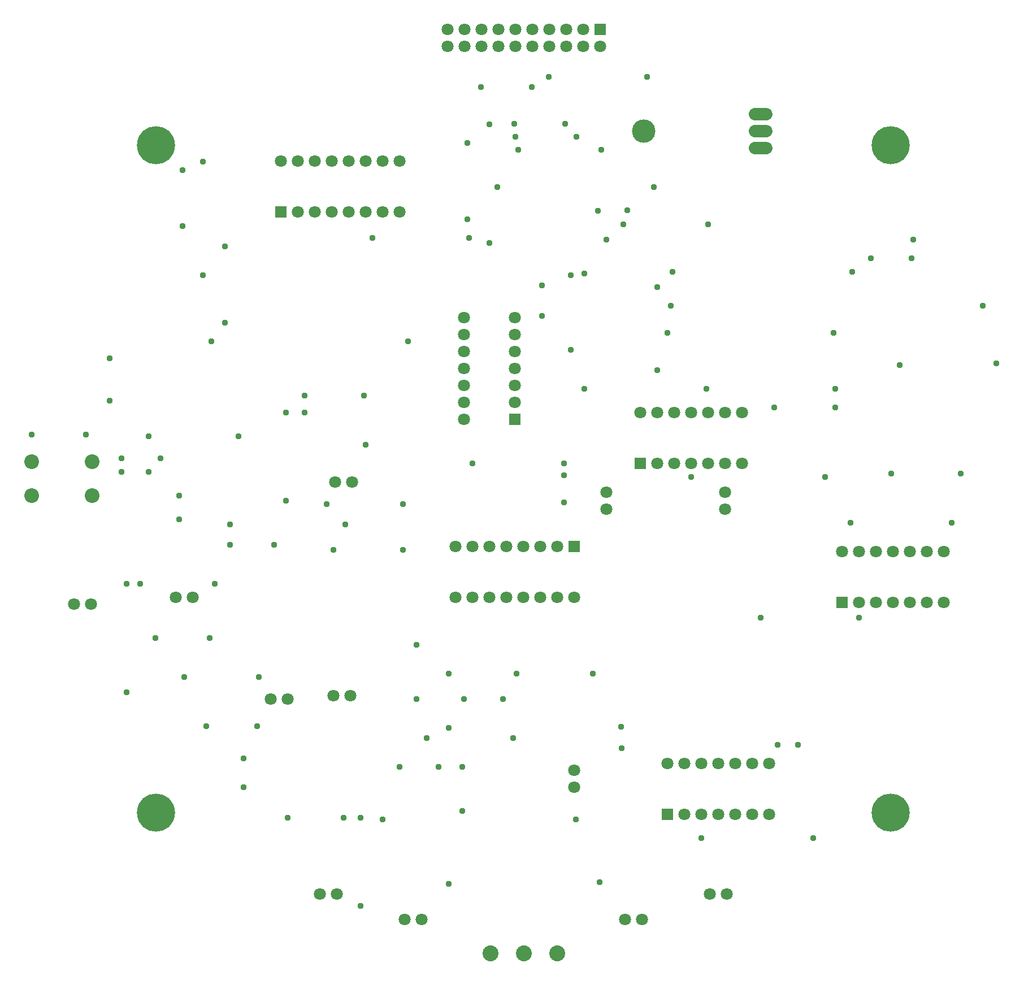
<source format=gbr>
G04 EAGLE Gerber RS-274X export*
G75*
%MOMM*%
%FSLAX34Y34*%
%LPD*%
%INSoldermask Top*%
%IPPOS*%
%AMOC8*
5,1,8,0,0,1.08239X$1,22.5*%
G01*
%ADD10C,1.803200*%
%ADD11C,1.879600*%
%ADD12C,3.505200*%
%ADD13R,1.803200X1.803200*%
%ADD14C,2.387600*%
%ADD15C,2.203200*%
%ADD16C,0.959600*%
%ADD17C,5.703200*%


D10*
X876300Y363220D03*
X876300Y337820D03*
X518160Y795020D03*
X543560Y795020D03*
X421640Y469900D03*
X447040Y469900D03*
X515620Y474980D03*
X541020Y474980D03*
X152400Y612140D03*
X127000Y612140D03*
X279400Y622300D03*
X304800Y622300D03*
X924560Y779780D03*
X924560Y754380D03*
X1102360Y779780D03*
X1102360Y754380D03*
X495300Y177800D03*
X520700Y177800D03*
X622300Y139700D03*
X647700Y139700D03*
X952500Y139700D03*
X977900Y139700D03*
X1079500Y177800D03*
X1104900Y177800D03*
D11*
X1147318Y1295400D02*
X1164082Y1295400D01*
X1164082Y1320800D02*
X1147318Y1320800D01*
X1147318Y1346200D02*
X1164082Y1346200D01*
D12*
X980440Y1320800D03*
D13*
X436466Y1199729D03*
D10*
X461866Y1199729D03*
X487266Y1199729D03*
X512666Y1199729D03*
X538066Y1199729D03*
X563466Y1199729D03*
X588866Y1199729D03*
X614266Y1199729D03*
X614266Y1275929D03*
X588866Y1275929D03*
X563466Y1275929D03*
X538066Y1275929D03*
X512666Y1275929D03*
X487266Y1275929D03*
X461866Y1275929D03*
X436466Y1275929D03*
D13*
X1277620Y614680D03*
D10*
X1303020Y614680D03*
X1328420Y614680D03*
X1353820Y614680D03*
X1379220Y614680D03*
X1404620Y614680D03*
X1430020Y614680D03*
X1430020Y690880D03*
X1404620Y690880D03*
X1379220Y690880D03*
X1353820Y690880D03*
X1328420Y690880D03*
X1303020Y690880D03*
X1277620Y690880D03*
D13*
X876300Y698500D03*
D10*
X850900Y698500D03*
X825500Y698500D03*
X800100Y698500D03*
X774700Y698500D03*
X749300Y698500D03*
X723900Y698500D03*
X698500Y698500D03*
X698500Y622300D03*
X723900Y622300D03*
X749300Y622300D03*
X774700Y622300D03*
X800100Y622300D03*
X825500Y622300D03*
X850900Y622300D03*
X876300Y622300D03*
D13*
X1016000Y297180D03*
D10*
X1041400Y297180D03*
X1066800Y297180D03*
X1092200Y297180D03*
X1117600Y297180D03*
X1143000Y297180D03*
X1168400Y297180D03*
X1168400Y373380D03*
X1143000Y373380D03*
X1117600Y373380D03*
X1092200Y373380D03*
X1066800Y373380D03*
X1041400Y373380D03*
X1016000Y373380D03*
D13*
X787400Y889000D03*
D10*
X787400Y914400D03*
X787400Y939800D03*
X787400Y965200D03*
X787400Y990600D03*
X787400Y1016000D03*
X787400Y1041400D03*
X711200Y1041400D03*
X711200Y1016000D03*
X711200Y990600D03*
X711200Y965200D03*
X711200Y939800D03*
X711200Y914400D03*
X711200Y889000D03*
D13*
X975360Y822960D03*
D10*
X1000760Y822960D03*
X1026160Y822960D03*
X1051560Y822960D03*
X1076960Y822960D03*
X1102360Y822960D03*
X1127760Y822960D03*
X1127760Y899160D03*
X1102360Y899160D03*
X1076960Y899160D03*
X1051560Y899160D03*
X1026160Y899160D03*
X1000760Y899160D03*
X975360Y899160D03*
D14*
X750619Y88863D03*
X800619Y88863D03*
X850619Y88863D03*
D15*
X63500Y825500D03*
X63500Y774700D03*
D13*
X915060Y1473200D03*
D10*
X915060Y1447800D03*
X889660Y1473200D03*
X889660Y1447800D03*
X864260Y1473200D03*
X864260Y1447800D03*
X838860Y1473200D03*
X838860Y1447800D03*
X813460Y1473200D03*
X813460Y1447800D03*
X788060Y1473200D03*
X788060Y1447800D03*
X762660Y1473200D03*
X762660Y1447800D03*
X737260Y1473200D03*
X737260Y1447800D03*
X711860Y1473200D03*
X711860Y1447800D03*
X686460Y1473200D03*
X686460Y1447800D03*
D15*
X153852Y825500D03*
X153852Y774700D03*
D16*
X284480Y739140D03*
X284480Y774700D03*
X180340Y916940D03*
X180340Y980440D03*
X716280Y1303020D03*
X716280Y1188720D03*
X789940Y508000D03*
X904240Y508000D03*
X723900Y822960D03*
X861060Y822960D03*
X1320800Y1130300D03*
X1381760Y1130300D03*
X1290320Y734060D03*
X1441830Y734060D03*
X1051560Y802640D03*
X1252220Y802640D03*
X947420Y396240D03*
X946689Y428529D03*
X614680Y368300D03*
X673100Y368300D03*
X426720Y701040D03*
X360680Y701040D03*
X238760Y810260D03*
X198120Y810260D03*
X144780Y866140D03*
X63500Y866140D03*
X226060Y642620D03*
X337820Y642620D03*
X373380Y863600D03*
X238760Y863600D03*
X515620Y693420D03*
X619760Y693420D03*
X861060Y764540D03*
X861060Y805180D03*
X955358Y1202180D03*
X911860Y1201420D03*
X891540Y1107440D03*
X891540Y934720D03*
X711200Y469900D03*
X769620Y469900D03*
X248920Y561340D03*
X330200Y561340D03*
X655320Y411480D03*
X784860Y411480D03*
X708660Y368300D03*
X708660Y302260D03*
X1000760Y962660D03*
X1000760Y1087120D03*
X1023620Y1109980D03*
X1292860Y1109980D03*
X688340Y426720D03*
X688340Y508000D03*
X838200Y1402080D03*
X985520Y1402080D03*
X1181100Y401320D03*
X1211580Y401320D03*
X1066800Y261620D03*
X1234440Y261620D03*
X627380Y1005840D03*
X332740Y1005840D03*
X530860Y292100D03*
X447040Y292100D03*
X736600Y1386840D03*
X812800Y1386840D03*
X916940Y1292860D03*
X792480Y1292860D03*
X879500Y1312520D03*
X788131Y1312449D03*
X786130Y1332230D03*
X862990Y1332230D03*
X1176020Y906780D03*
X1267460Y906780D03*
X556260Y292100D03*
X556260Y160020D03*
X1488440Y1059180D03*
X1021080Y1059180D03*
X878840Y289560D03*
X589280Y289560D03*
X1384300Y1158240D03*
X924560Y1158240D03*
X688340Y193040D03*
X914400Y195580D03*
X749300Y1330960D03*
X749300Y1153160D03*
X640080Y551180D03*
X640080Y469900D03*
X472440Y899160D03*
X472440Y924560D03*
X444500Y899160D03*
X444500Y767080D03*
X505460Y762000D03*
X619760Y762000D03*
X320040Y1104900D03*
X320040Y1275080D03*
X563880Y850900D03*
X561340Y924560D03*
X403860Y502920D03*
X292100Y502920D03*
X401320Y429260D03*
X325120Y429260D03*
X871220Y1104900D03*
X871220Y993140D03*
X1074420Y934720D03*
X1267460Y934720D03*
X1264920Y1018540D03*
X1016000Y1018540D03*
X828040Y1043940D03*
X828040Y1089660D03*
X1351280Y807720D03*
X1455420Y807720D03*
X1155700Y591820D03*
X1303020Y591820D03*
X205740Y642620D03*
X205740Y480060D03*
X1508760Y972820D03*
X1363980Y970280D03*
X289560Y1178560D03*
X289560Y1262380D03*
X949960Y1181100D03*
X1076960Y1181100D03*
X761110Y1236980D03*
X995680Y1236980D03*
X353060Y1033780D03*
X353060Y1148080D03*
X381000Y381000D03*
X381000Y337820D03*
X574040Y1160780D03*
X718820Y1160780D03*
D17*
X250000Y1300000D03*
X1350000Y1300000D03*
X250000Y300000D03*
X1350000Y300000D03*
D16*
X533400Y731520D03*
X198120Y830580D03*
X256540Y830580D03*
X360680Y731520D03*
M02*

</source>
